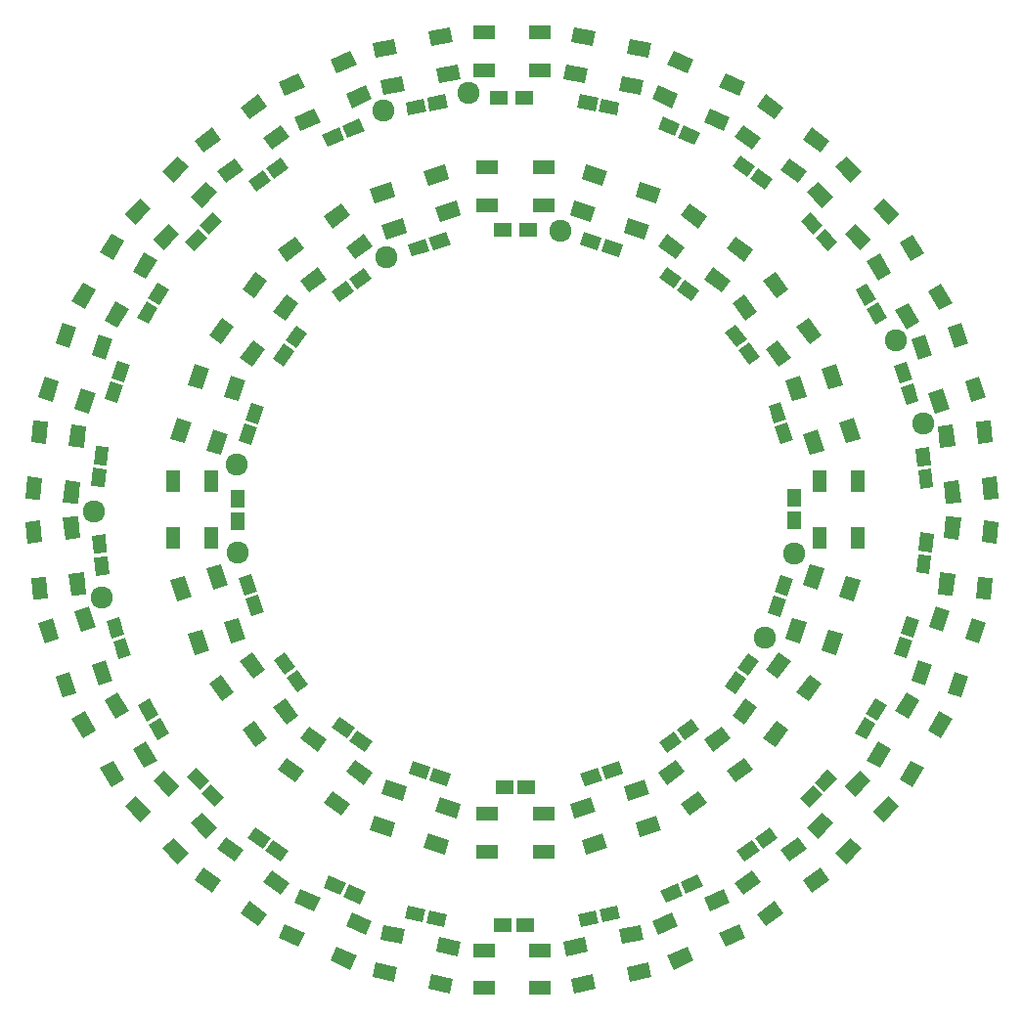
<source format=gts>
G04 #@! TF.FileFunction,Soldermask,Top*
%FSLAX46Y46*%
G04 Gerber Fmt 4.6, Leading zero omitted, Abs format (unit mm)*
G04 Created by KiCad (PCBNEW 4.0.1-stable) date 1/15/2016 5:52:32 PM*
%MOMM*%
G01*
G04 APERTURE LIST*
%ADD10C,0.100000*%
%ADD11R,1.600000X1.150000*%
%ADD12C,1.924000*%
%ADD13R,1.600000X1.300000*%
%ADD14R,1.900000X1.300000*%
%ADD15R,1.150000X1.600000*%
%ADD16R,1.300000X1.900000*%
G04 APERTURE END LIST*
D10*
G36*
X171863670Y-118324746D02*
X172718287Y-119094246D01*
X171647678Y-120283278D01*
X170793061Y-119513778D01*
X171863670Y-118324746D01*
X171863670Y-118324746D01*
G37*
G36*
X170592322Y-119736722D02*
X171446939Y-120506222D01*
X170376330Y-121695254D01*
X169521713Y-120925754D01*
X170592322Y-119736722D01*
X170592322Y-119736722D01*
G37*
G36*
X150238693Y-61028590D02*
X150477791Y-59903720D01*
X152042827Y-60236378D01*
X151803729Y-61361248D01*
X150238693Y-61028590D01*
X150238693Y-61028590D01*
G37*
G36*
X152097173Y-61423622D02*
X152336271Y-60298752D01*
X153901307Y-60631410D01*
X153662209Y-61756280D01*
X152097173Y-61423622D01*
X152097173Y-61423622D01*
G37*
G36*
X157217422Y-62883499D02*
X157685169Y-61832922D01*
X159146842Y-62483701D01*
X158679095Y-63534278D01*
X157217422Y-62883499D01*
X157217422Y-62883499D01*
G37*
G36*
X158953158Y-63656299D02*
X159420905Y-62605722D01*
X160882578Y-63256501D01*
X160414831Y-64307078D01*
X158953158Y-63656299D01*
X158953158Y-63656299D01*
G37*
G36*
X163666244Y-66136561D02*
X164342197Y-65206191D01*
X165636624Y-66146647D01*
X164960671Y-67077017D01*
X163666244Y-66136561D01*
X163666244Y-66136561D01*
G37*
G36*
X165203376Y-67253353D02*
X165879329Y-66322983D01*
X167173756Y-67263439D01*
X166497803Y-68193809D01*
X165203376Y-67253353D01*
X165203376Y-67253353D01*
G37*
G36*
X169581713Y-70874246D02*
X170436330Y-70104746D01*
X171506939Y-71293778D01*
X170652322Y-72063278D01*
X169581713Y-70874246D01*
X169581713Y-70874246D01*
G37*
G36*
X170853061Y-72286222D02*
X171707678Y-71516722D01*
X172778287Y-72705754D01*
X171923670Y-73475254D01*
X170853061Y-72286222D01*
X170853061Y-72286222D01*
G37*
G36*
X174317035Y-76821956D02*
X175312965Y-76246956D01*
X176112965Y-77632596D01*
X175117035Y-78207596D01*
X174317035Y-76821956D01*
X174317035Y-76821956D01*
G37*
G36*
X175267035Y-78467404D02*
X176262965Y-77892404D01*
X177062965Y-79278044D01*
X176067035Y-79853044D01*
X175267035Y-78467404D01*
X175267035Y-78467404D01*
G37*
G36*
X177632363Y-83433336D02*
X178726078Y-83077966D01*
X179220505Y-84599656D01*
X178126790Y-84955026D01*
X177632363Y-83433336D01*
X177632363Y-83433336D01*
G37*
G36*
X178219495Y-85240344D02*
X179313210Y-84884974D01*
X179807637Y-86406664D01*
X178713922Y-86762034D01*
X178219495Y-85240344D01*
X178219495Y-85240344D01*
G37*
G36*
X179535225Y-90559690D02*
X180678925Y-90439483D01*
X180846171Y-92030718D01*
X179702471Y-92150925D01*
X179535225Y-90559690D01*
X179535225Y-90559690D01*
G37*
G36*
X179733829Y-92449282D02*
X180877529Y-92329075D01*
X181044775Y-93920310D01*
X179901075Y-94040517D01*
X179733829Y-92449282D01*
X179733829Y-92449282D01*
G37*
G36*
X179951075Y-97819483D02*
X181094775Y-97939690D01*
X180927529Y-99530925D01*
X179783829Y-99410718D01*
X179951075Y-97819483D01*
X179951075Y-97819483D01*
G37*
G36*
X179752471Y-99709075D02*
X180896171Y-99829282D01*
X180728925Y-101420517D01*
X179585225Y-101300310D01*
X179752471Y-99709075D01*
X179752471Y-99709075D01*
G37*
G36*
X178773922Y-105037966D02*
X179867637Y-105393336D01*
X179373210Y-106915026D01*
X178279495Y-106559656D01*
X178773922Y-105037966D01*
X178773922Y-105037966D01*
G37*
G36*
X178186790Y-106844974D02*
X179280505Y-107200344D01*
X178786078Y-108722034D01*
X177692363Y-108366664D01*
X178186790Y-106844974D01*
X178186790Y-106844974D01*
G37*
G36*
X176027035Y-112176956D02*
X177022965Y-112751956D01*
X176222965Y-114137596D01*
X175227035Y-113562596D01*
X176027035Y-112176956D01*
X176027035Y-112176956D01*
G37*
G36*
X175077035Y-113822404D02*
X176072965Y-114397404D01*
X175272965Y-115783044D01*
X174277035Y-115208044D01*
X175077035Y-113822404D01*
X175077035Y-113822404D01*
G37*
G36*
X166887803Y-123376191D02*
X167563756Y-124306561D01*
X166269329Y-125247017D01*
X165593376Y-124316647D01*
X166887803Y-123376191D01*
X166887803Y-123376191D01*
G37*
G36*
X165350671Y-124492983D02*
X166026624Y-125423353D01*
X164732197Y-126363809D01*
X164056244Y-125433439D01*
X165350671Y-124492983D01*
X165350671Y-124492983D01*
G37*
G36*
X160634831Y-127432922D02*
X161102578Y-128483499D01*
X159640905Y-129134278D01*
X159173158Y-128083701D01*
X160634831Y-127432922D01*
X160634831Y-127432922D01*
G37*
G36*
X158899095Y-128205722D02*
X159366842Y-129256299D01*
X157905169Y-129907078D01*
X157437422Y-128856501D01*
X158899095Y-128205722D01*
X158899095Y-128205722D01*
G37*
G36*
X153712209Y-130143720D02*
X153951307Y-131268590D01*
X152386271Y-131601248D01*
X152147173Y-130476378D01*
X153712209Y-130143720D01*
X153712209Y-130143720D01*
G37*
G36*
X151853729Y-130538752D02*
X152092827Y-131663622D01*
X150527791Y-131996280D01*
X150288693Y-130871410D01*
X151853729Y-130538752D01*
X151853729Y-130538752D01*
G37*
D11*
X145700000Y-131860000D03*
X143800000Y-131860000D03*
D10*
G36*
X138981307Y-130871410D02*
X138742209Y-131996280D01*
X137177173Y-131663622D01*
X137416271Y-130538752D01*
X138981307Y-130871410D01*
X138981307Y-130871410D01*
G37*
G36*
X137122827Y-130476378D02*
X136883729Y-131601248D01*
X135318693Y-131268590D01*
X135557791Y-130143720D01*
X137122827Y-130476378D01*
X137122827Y-130476378D01*
G37*
G36*
X131932578Y-128966501D02*
X131464831Y-130017078D01*
X130003158Y-129366299D01*
X130470905Y-128315722D01*
X131932578Y-128966501D01*
X131932578Y-128966501D01*
G37*
G36*
X130196842Y-128193701D02*
X129729095Y-129244278D01*
X128267422Y-128593499D01*
X128735169Y-127542922D01*
X130196842Y-128193701D01*
X130196842Y-128193701D01*
G37*
G36*
X125213756Y-125433439D02*
X124537803Y-126363809D01*
X123243376Y-125423353D01*
X123919329Y-124492983D01*
X125213756Y-125433439D01*
X125213756Y-125433439D01*
G37*
G36*
X123676624Y-124316647D02*
X123000671Y-125247017D01*
X121706244Y-124306561D01*
X122382197Y-123376191D01*
X123676624Y-124316647D01*
X123676624Y-124316647D01*
G37*
G36*
X119628287Y-120815754D02*
X118773670Y-121585254D01*
X117703061Y-120396222D01*
X118557678Y-119626722D01*
X119628287Y-120815754D01*
X119628287Y-120815754D01*
G37*
G36*
X118356939Y-119403778D02*
X117502322Y-120173278D01*
X116431713Y-118984246D01*
X117286330Y-118214746D01*
X118356939Y-119403778D01*
X118356939Y-119403778D01*
G37*
G36*
X114932965Y-115258044D02*
X113937035Y-115833044D01*
X113137035Y-114447404D01*
X114132965Y-113872404D01*
X114932965Y-115258044D01*
X114932965Y-115258044D01*
G37*
G36*
X113982965Y-113612596D02*
X112987035Y-114187596D01*
X112187035Y-112801956D01*
X113182965Y-112226956D01*
X113982965Y-113612596D01*
X113982965Y-113612596D01*
G37*
G36*
X111637637Y-108476664D02*
X110543922Y-108832034D01*
X110049495Y-107310344D01*
X111143210Y-106954974D01*
X111637637Y-108476664D01*
X111637637Y-108476664D01*
G37*
G36*
X111050505Y-106669656D02*
X109956790Y-107025026D01*
X109462363Y-105503336D01*
X110556078Y-105147966D01*
X111050505Y-106669656D01*
X111050505Y-106669656D01*
G37*
G36*
X109734775Y-101460310D02*
X108591075Y-101580517D01*
X108423829Y-99989282D01*
X109567529Y-99869075D01*
X109734775Y-101460310D01*
X109734775Y-101460310D01*
G37*
G36*
X109536171Y-99570718D02*
X108392471Y-99690925D01*
X108225225Y-98099690D01*
X109368925Y-97979483D01*
X109536171Y-99570718D01*
X109536171Y-99570718D01*
G37*
G36*
X109318925Y-93930517D02*
X108175225Y-93810310D01*
X108342471Y-92219075D01*
X109486171Y-92339282D01*
X109318925Y-93930517D01*
X109318925Y-93930517D01*
G37*
G36*
X109517529Y-92040925D02*
X108373829Y-91920718D01*
X108541075Y-90329483D01*
X109684775Y-90449690D01*
X109517529Y-92040925D01*
X109517529Y-92040925D01*
G37*
G36*
X110446078Y-86652034D02*
X109352363Y-86296664D01*
X109846790Y-84774974D01*
X110940505Y-85130344D01*
X110446078Y-86652034D01*
X110446078Y-86652034D01*
G37*
G36*
X111033210Y-84845026D02*
X109939495Y-84489656D01*
X110433922Y-82967966D01*
X111527637Y-83323336D01*
X111033210Y-84845026D01*
X111033210Y-84845026D01*
G37*
G36*
X113132965Y-79793044D02*
X112137035Y-79218044D01*
X112937035Y-77832404D01*
X113932965Y-78407404D01*
X113132965Y-79793044D01*
X113132965Y-79793044D01*
G37*
G36*
X114082965Y-78147596D02*
X113087035Y-77572596D01*
X113887035Y-76186956D01*
X114882965Y-76761956D01*
X114082965Y-78147596D01*
X114082965Y-78147596D01*
G37*
G36*
X117126330Y-73475254D02*
X116271713Y-72705754D01*
X117342322Y-71516722D01*
X118196939Y-72286222D01*
X117126330Y-73475254D01*
X117126330Y-73475254D01*
G37*
G36*
X118397678Y-72063278D02*
X117543061Y-71293778D01*
X118613670Y-70104746D01*
X119468287Y-70874246D01*
X118397678Y-72063278D01*
X118397678Y-72063278D01*
G37*
G36*
X122432197Y-68363809D02*
X121756244Y-67433439D01*
X123050671Y-66492983D01*
X123726624Y-67423353D01*
X122432197Y-68363809D01*
X122432197Y-68363809D01*
G37*
G36*
X123969329Y-67247017D02*
X123293376Y-66316647D01*
X124587803Y-65376191D01*
X125263756Y-66306561D01*
X123969329Y-67247017D01*
X123969329Y-67247017D01*
G37*
G36*
X128625169Y-64477078D02*
X128157422Y-63426501D01*
X129619095Y-62775722D01*
X130086842Y-63826299D01*
X128625169Y-64477078D01*
X128625169Y-64477078D01*
G37*
G36*
X130360905Y-63704278D02*
X129893158Y-62653701D01*
X131354831Y-62002922D01*
X131822578Y-63053499D01*
X130360905Y-63704278D01*
X130360905Y-63704278D01*
G37*
G36*
X135607791Y-61756280D02*
X135368693Y-60631410D01*
X136933729Y-60298752D01*
X137172827Y-61423622D01*
X135607791Y-61756280D01*
X135607791Y-61756280D01*
G37*
G36*
X137466271Y-61361248D02*
X137227173Y-60236378D01*
X138792209Y-59903720D01*
X139031307Y-61028590D01*
X137466271Y-61361248D01*
X137466271Y-61361248D01*
G37*
D12*
X108410000Y-95990000D03*
X140780000Y-59760000D03*
X109100000Y-103440000D03*
X177830000Y-81210000D03*
X180200000Y-88430000D03*
X133430000Y-61300000D03*
D13*
X143480000Y-60160000D03*
X145680000Y-60160000D03*
D10*
G36*
X137589309Y-55739985D02*
X137319024Y-54468393D01*
X139177505Y-54073361D01*
X139447790Y-55344953D01*
X137589309Y-55739985D01*
X137589309Y-55739985D01*
G37*
G36*
X138275418Y-58967872D02*
X138005133Y-57696280D01*
X139863614Y-57301248D01*
X140133899Y-58572840D01*
X138275418Y-58967872D01*
X138275418Y-58967872D01*
G37*
G36*
X132796386Y-56758752D02*
X132526101Y-55487160D01*
X134384582Y-55092128D01*
X134654867Y-56363720D01*
X132796386Y-56758752D01*
X132796386Y-56758752D01*
G37*
G36*
X133482495Y-59986639D02*
X133212210Y-58715047D01*
X135070691Y-58320015D01*
X135340976Y-59591607D01*
X133482495Y-59986639D01*
X133482495Y-59986639D01*
G37*
G36*
X129393582Y-58076349D02*
X128864824Y-56888740D01*
X130600560Y-56115941D01*
X131129318Y-57303550D01*
X129393582Y-58076349D01*
X129393582Y-58076349D01*
G37*
G36*
X130735813Y-61091049D02*
X130207055Y-59903440D01*
X131942791Y-59130641D01*
X132471549Y-60318250D01*
X130735813Y-61091049D01*
X130735813Y-61091049D01*
G37*
G36*
X124917209Y-60069359D02*
X124388451Y-58881750D01*
X126124187Y-58108951D01*
X126652945Y-59296560D01*
X124917209Y-60069359D01*
X124917209Y-60069359D01*
G37*
G36*
X126259440Y-63084059D02*
X125730682Y-61896450D01*
X127466418Y-61123651D01*
X127995176Y-62311260D01*
X126259440Y-63084059D01*
X126259440Y-63084059D01*
G37*
G36*
X121855740Y-62059305D02*
X121091619Y-61007583D01*
X122628752Y-59890791D01*
X123392873Y-60942513D01*
X121855740Y-62059305D01*
X121855740Y-62059305D01*
G37*
G36*
X123795431Y-64729061D02*
X123031310Y-63677339D01*
X124568443Y-62560547D01*
X125332564Y-63612269D01*
X123795431Y-64729061D01*
X123795431Y-64729061D01*
G37*
G36*
X117891557Y-64939453D02*
X117127436Y-63887731D01*
X118664569Y-62770939D01*
X119428690Y-63822661D01*
X117891557Y-64939453D01*
X117891557Y-64939453D01*
G37*
G36*
X119831248Y-67609209D02*
X119067127Y-66557487D01*
X120604260Y-65440695D01*
X121368381Y-66492417D01*
X119831248Y-67609209D01*
X119831248Y-67609209D01*
G37*
G36*
X115320551Y-67526152D02*
X114354463Y-66656283D01*
X115625811Y-65244308D01*
X116591899Y-66114177D01*
X115320551Y-67526152D01*
X115320551Y-67526152D01*
G37*
G36*
X117772929Y-69734283D02*
X116806841Y-68864414D01*
X118078189Y-67452439D01*
X119044277Y-68322308D01*
X117772929Y-69734283D01*
X117772929Y-69734283D01*
G37*
G36*
X112041811Y-71167561D02*
X111075723Y-70297692D01*
X112347071Y-68885717D01*
X113313159Y-69755586D01*
X112041811Y-71167561D01*
X112041811Y-71167561D01*
G37*
G36*
X114494189Y-73375692D02*
X113528101Y-72505823D01*
X114799449Y-71093848D01*
X115765537Y-71963717D01*
X114494189Y-73375692D01*
X114494189Y-73375692D01*
G37*
G36*
X110053975Y-74230962D02*
X108928141Y-73580962D01*
X109878141Y-71935514D01*
X111003975Y-72585514D01*
X110053975Y-74230962D01*
X110053975Y-74230962D01*
G37*
G36*
X112911859Y-75880962D02*
X111786025Y-75230962D01*
X112736025Y-73585514D01*
X113861859Y-74235514D01*
X112911859Y-75880962D01*
X112911859Y-75880962D01*
G37*
G36*
X107603975Y-78474486D02*
X106478141Y-77824486D01*
X107428141Y-76179038D01*
X108553975Y-76829038D01*
X107603975Y-78474486D01*
X107603975Y-78474486D01*
G37*
G36*
X110461859Y-80124486D02*
X109336025Y-79474486D01*
X110286025Y-77829038D01*
X111411859Y-78479038D01*
X110461859Y-80124486D01*
X110461859Y-80124486D01*
G37*
G36*
X106312469Y-81884398D02*
X105076095Y-81482676D01*
X105663227Y-79675668D01*
X106899601Y-80077390D01*
X106312469Y-81884398D01*
X106312469Y-81884398D01*
G37*
G36*
X109450956Y-82904155D02*
X108214582Y-82502433D01*
X108801714Y-80695425D01*
X110038088Y-81097147D01*
X109450956Y-82904155D01*
X109450956Y-82904155D01*
G37*
G36*
X104798286Y-86544575D02*
X103561912Y-86142853D01*
X104149044Y-84335845D01*
X105385418Y-84737567D01*
X104798286Y-86544575D01*
X104798286Y-86544575D01*
G37*
G36*
X107936773Y-87564332D02*
X106700399Y-87162610D01*
X107287531Y-85355602D01*
X108523905Y-85757324D01*
X107936773Y-87564332D01*
X107936773Y-87564332D01*
G37*
G36*
X104232271Y-90153688D02*
X102939393Y-90017801D01*
X103137997Y-88128210D01*
X104430875Y-88264097D01*
X104232271Y-90153688D01*
X104232271Y-90153688D01*
G37*
G36*
X107514193Y-90498632D02*
X106221315Y-90362745D01*
X106419919Y-88473154D01*
X107712797Y-88609041D01*
X107514193Y-90498632D01*
X107514193Y-90498632D01*
G37*
G36*
X103720081Y-95026846D02*
X102427203Y-94890959D01*
X102625807Y-93001368D01*
X103918685Y-93137255D01*
X103720081Y-95026846D01*
X103720081Y-95026846D01*
G37*
G36*
X107002003Y-95371790D02*
X105709125Y-95235903D01*
X105907729Y-93346312D01*
X107200607Y-93482199D01*
X107002003Y-95371790D01*
X107002003Y-95371790D01*
G37*
G36*
X103918685Y-98662745D02*
X102625807Y-98798632D01*
X102427203Y-96909041D01*
X103720081Y-96773154D01*
X103918685Y-98662745D01*
X103918685Y-98662745D01*
G37*
G36*
X107200607Y-98317801D02*
X105907729Y-98453688D01*
X105709125Y-96564097D01*
X107002003Y-96428210D01*
X107200607Y-98317801D01*
X107200607Y-98317801D01*
G37*
G36*
X104430875Y-103535903D02*
X103137997Y-103671790D01*
X102939393Y-101782199D01*
X104232271Y-101646312D01*
X104430875Y-103535903D01*
X104430875Y-103535903D01*
G37*
G36*
X107712797Y-103190959D02*
X106419919Y-103326846D01*
X106221315Y-101437255D01*
X107514193Y-101301368D01*
X107712797Y-103190959D01*
X107712797Y-103190959D01*
G37*
G36*
X105385418Y-107062433D02*
X104149044Y-107464155D01*
X103561912Y-105657147D01*
X104798286Y-105255425D01*
X105385418Y-107062433D01*
X105385418Y-107062433D01*
G37*
G36*
X108523905Y-106042676D02*
X107287531Y-106444398D01*
X106700399Y-104637390D01*
X107936773Y-104235668D01*
X108523905Y-106042676D01*
X108523905Y-106042676D01*
G37*
G36*
X106899601Y-111722610D02*
X105663227Y-112124332D01*
X105076095Y-110317324D01*
X106312469Y-109915602D01*
X106899601Y-111722610D01*
X106899601Y-111722610D01*
G37*
G36*
X110038088Y-110702853D02*
X108801714Y-111104575D01*
X108214582Y-109297567D01*
X109450956Y-108895845D01*
X110038088Y-110702853D01*
X110038088Y-110702853D01*
G37*
G36*
X108553975Y-114970962D02*
X107428141Y-115620962D01*
X106478141Y-113975514D01*
X107603975Y-113325514D01*
X108553975Y-114970962D01*
X108553975Y-114970962D01*
G37*
G36*
X111411859Y-113320962D02*
X110286025Y-113970962D01*
X109336025Y-112325514D01*
X110461859Y-111675514D01*
X111411859Y-113320962D01*
X111411859Y-113320962D01*
G37*
G36*
X111003975Y-119214486D02*
X109878141Y-119864486D01*
X108928141Y-118219038D01*
X110053975Y-117569038D01*
X111003975Y-119214486D01*
X111003975Y-119214486D01*
G37*
G36*
X113861859Y-117564486D02*
X112736025Y-118214486D01*
X111786025Y-116569038D01*
X112911859Y-115919038D01*
X113861859Y-117564486D01*
X113861859Y-117564486D01*
G37*
G36*
X113313159Y-122044414D02*
X112347071Y-122914283D01*
X111075723Y-121502308D01*
X112041811Y-120632439D01*
X113313159Y-122044414D01*
X113313159Y-122044414D01*
G37*
G36*
X115765537Y-119836283D02*
X114799449Y-120706152D01*
X113528101Y-119294177D01*
X114494189Y-118424308D01*
X115765537Y-119836283D01*
X115765537Y-119836283D01*
G37*
G36*
X116591899Y-125685823D02*
X115625811Y-126555692D01*
X114354463Y-125143717D01*
X115320551Y-124273848D01*
X116591899Y-125685823D01*
X116591899Y-125685823D01*
G37*
G36*
X119044277Y-123477692D02*
X118078189Y-124347561D01*
X116806841Y-122935586D01*
X117772929Y-122065717D01*
X119044277Y-123477692D01*
X119044277Y-123477692D01*
G37*
G36*
X119428690Y-127977339D02*
X118664569Y-129029061D01*
X117127436Y-127912269D01*
X117891557Y-126860547D01*
X119428690Y-127977339D01*
X119428690Y-127977339D01*
G37*
G36*
X121368381Y-125307583D02*
X120604260Y-126359305D01*
X119067127Y-125242513D01*
X119831248Y-124190791D01*
X121368381Y-125307583D01*
X121368381Y-125307583D01*
G37*
G36*
X123392873Y-130857487D02*
X122628752Y-131909209D01*
X121091619Y-130792417D01*
X121855740Y-129740695D01*
X123392873Y-130857487D01*
X123392873Y-130857487D01*
G37*
G36*
X125332564Y-128187731D02*
X124568443Y-129239453D01*
X123031310Y-128122661D01*
X123795431Y-127070939D01*
X125332564Y-128187731D01*
X125332564Y-128187731D01*
G37*
G36*
X126652945Y-132503440D02*
X126124187Y-133691049D01*
X124388451Y-132918250D01*
X124917209Y-131730641D01*
X126652945Y-132503440D01*
X126652945Y-132503440D01*
G37*
G36*
X127995176Y-129488740D02*
X127466418Y-130676349D01*
X125730682Y-129903550D01*
X126259440Y-128715941D01*
X127995176Y-129488740D01*
X127995176Y-129488740D01*
G37*
G36*
X131129318Y-134496450D02*
X130600560Y-135684059D01*
X128864824Y-134911260D01*
X129393582Y-133723651D01*
X131129318Y-134496450D01*
X131129318Y-134496450D01*
G37*
G36*
X132471549Y-131481750D02*
X131942791Y-132669359D01*
X130207055Y-131896560D01*
X130735813Y-130708951D01*
X132471549Y-131481750D01*
X132471549Y-131481750D01*
G37*
G36*
X134654867Y-135436280D02*
X134384582Y-136707872D01*
X132526101Y-136312840D01*
X132796386Y-135041248D01*
X134654867Y-135436280D01*
X134654867Y-135436280D01*
G37*
G36*
X135340976Y-132208393D02*
X135070691Y-133479985D01*
X133212210Y-133084953D01*
X133482495Y-131813361D01*
X135340976Y-132208393D01*
X135340976Y-132208393D01*
G37*
G36*
X139447790Y-136455047D02*
X139177505Y-137726639D01*
X137319024Y-137331607D01*
X137589309Y-136060015D01*
X139447790Y-136455047D01*
X139447790Y-136455047D01*
G37*
G36*
X140133899Y-133227160D02*
X139863614Y-134498752D01*
X138005133Y-134103720D01*
X138275418Y-132832128D01*
X140133899Y-133227160D01*
X140133899Y-133227160D01*
G37*
D14*
X142140000Y-137290000D03*
X142140000Y-133990000D03*
X147040000Y-137290000D03*
X147040000Y-133990000D03*
D10*
G36*
X151590691Y-136060015D02*
X151860976Y-137331607D01*
X150002495Y-137726639D01*
X149732210Y-136455047D01*
X151590691Y-136060015D01*
X151590691Y-136060015D01*
G37*
G36*
X150904582Y-132832128D02*
X151174867Y-134103720D01*
X149316386Y-134498752D01*
X149046101Y-133227160D01*
X150904582Y-132832128D01*
X150904582Y-132832128D01*
G37*
G36*
X156383614Y-135041248D02*
X156653899Y-136312840D01*
X154795418Y-136707872D01*
X154525133Y-135436280D01*
X156383614Y-135041248D01*
X156383614Y-135041248D01*
G37*
G36*
X155697505Y-131813361D02*
X155967790Y-133084953D01*
X154109309Y-133479985D01*
X153839024Y-132208393D01*
X155697505Y-131813361D01*
X155697505Y-131813361D01*
G37*
G36*
X159786418Y-133723651D02*
X160315176Y-134911260D01*
X158579440Y-135684059D01*
X158050682Y-134496450D01*
X159786418Y-133723651D01*
X159786418Y-133723651D01*
G37*
G36*
X158444187Y-130708951D02*
X158972945Y-131896560D01*
X157237209Y-132669359D01*
X156708451Y-131481750D01*
X158444187Y-130708951D01*
X158444187Y-130708951D01*
G37*
G36*
X164262791Y-131730641D02*
X164791549Y-132918250D01*
X163055813Y-133691049D01*
X162527055Y-132503440D01*
X164262791Y-131730641D01*
X164262791Y-131730641D01*
G37*
G36*
X162920560Y-128715941D02*
X163449318Y-129903550D01*
X161713582Y-130676349D01*
X161184824Y-129488740D01*
X162920560Y-128715941D01*
X162920560Y-128715941D01*
G37*
G36*
X173859449Y-124273848D02*
X174825537Y-125143717D01*
X173554189Y-126555692D01*
X172588101Y-125685823D01*
X173859449Y-124273848D01*
X173859449Y-124273848D01*
G37*
G36*
X171407071Y-122065717D02*
X172373159Y-122935586D01*
X171101811Y-124347561D01*
X170135723Y-123477692D01*
X171407071Y-122065717D01*
X171407071Y-122065717D01*
G37*
G36*
X177138189Y-120632439D02*
X178104277Y-121502308D01*
X176832929Y-122914283D01*
X175866841Y-122044414D01*
X177138189Y-120632439D01*
X177138189Y-120632439D01*
G37*
G36*
X174685811Y-118424308D02*
X175651899Y-119294177D01*
X174380551Y-120706152D01*
X173414463Y-119836283D01*
X174685811Y-118424308D01*
X174685811Y-118424308D01*
G37*
G36*
X179126025Y-117569038D02*
X180251859Y-118219038D01*
X179301859Y-119864486D01*
X178176025Y-119214486D01*
X179126025Y-117569038D01*
X179126025Y-117569038D01*
G37*
G36*
X176268141Y-115919038D02*
X177393975Y-116569038D01*
X176443975Y-118214486D01*
X175318141Y-117564486D01*
X176268141Y-115919038D01*
X176268141Y-115919038D01*
G37*
G36*
X181576025Y-113325514D02*
X182701859Y-113975514D01*
X181751859Y-115620962D01*
X180626025Y-114970962D01*
X181576025Y-113325514D01*
X181576025Y-113325514D01*
G37*
G36*
X178718141Y-111675514D02*
X179843975Y-112325514D01*
X178893975Y-113970962D01*
X177768141Y-113320962D01*
X178718141Y-111675514D01*
X178718141Y-111675514D01*
G37*
G36*
X182877531Y-109915602D02*
X184113905Y-110317324D01*
X183526773Y-112124332D01*
X182290399Y-111722610D01*
X182877531Y-109915602D01*
X182877531Y-109915602D01*
G37*
G36*
X179739044Y-108895845D02*
X180975418Y-109297567D01*
X180388286Y-111104575D01*
X179151912Y-110702853D01*
X179739044Y-108895845D01*
X179739044Y-108895845D01*
G37*
G36*
X184391714Y-105255425D02*
X185628088Y-105657147D01*
X185040956Y-107464155D01*
X183804582Y-107062433D01*
X184391714Y-105255425D01*
X184391714Y-105255425D01*
G37*
G36*
X181253227Y-104235668D02*
X182489601Y-104637390D01*
X181902469Y-106444398D01*
X180666095Y-106042676D01*
X181253227Y-104235668D01*
X181253227Y-104235668D01*
G37*
G36*
X184947729Y-101646312D02*
X186240607Y-101782199D01*
X186042003Y-103671790D01*
X184749125Y-103535903D01*
X184947729Y-101646312D01*
X184947729Y-101646312D01*
G37*
G36*
X181665807Y-101301368D02*
X182958685Y-101437255D01*
X182760081Y-103326846D01*
X181467203Y-103190959D01*
X181665807Y-101301368D01*
X181665807Y-101301368D01*
G37*
G36*
X185459919Y-96773154D02*
X186752797Y-96909041D01*
X186554193Y-98798632D01*
X185261315Y-98662745D01*
X185459919Y-96773154D01*
X185459919Y-96773154D01*
G37*
G36*
X182177997Y-96428210D02*
X183470875Y-96564097D01*
X183272271Y-98453688D01*
X181979393Y-98317801D01*
X182177997Y-96428210D01*
X182177997Y-96428210D01*
G37*
G36*
X185261315Y-93137255D02*
X186554193Y-93001368D01*
X186752797Y-94890959D01*
X185459919Y-95026846D01*
X185261315Y-93137255D01*
X185261315Y-93137255D01*
G37*
G36*
X181979393Y-93482199D02*
X183272271Y-93346312D01*
X183470875Y-95235903D01*
X182177997Y-95371790D01*
X181979393Y-93482199D01*
X181979393Y-93482199D01*
G37*
G36*
X184749125Y-88264097D02*
X186042003Y-88128210D01*
X186240607Y-90017801D01*
X184947729Y-90153688D01*
X184749125Y-88264097D01*
X184749125Y-88264097D01*
G37*
G36*
X181467203Y-88609041D02*
X182760081Y-88473154D01*
X182958685Y-90362745D01*
X181665807Y-90498632D01*
X181467203Y-88609041D01*
X181467203Y-88609041D01*
G37*
G36*
X183794582Y-84737567D02*
X185030956Y-84335845D01*
X185618088Y-86142853D01*
X184381714Y-86544575D01*
X183794582Y-84737567D01*
X183794582Y-84737567D01*
G37*
G36*
X180656095Y-85757324D02*
X181892469Y-85355602D01*
X182479601Y-87162610D01*
X181243227Y-87564332D01*
X180656095Y-85757324D01*
X180656095Y-85757324D01*
G37*
G36*
X182280399Y-80077390D02*
X183516773Y-79675668D01*
X184103905Y-81482676D01*
X182867531Y-81884398D01*
X182280399Y-80077390D01*
X182280399Y-80077390D01*
G37*
G36*
X179141912Y-81097147D02*
X180378286Y-80695425D01*
X180965418Y-82502433D01*
X179729044Y-82904155D01*
X179141912Y-81097147D01*
X179141912Y-81097147D01*
G37*
G36*
X175866841Y-69755586D02*
X176832929Y-68885717D01*
X178104277Y-70297692D01*
X177138189Y-71167561D01*
X175866841Y-69755586D01*
X175866841Y-69755586D01*
G37*
G36*
X173414463Y-71963717D02*
X174380551Y-71093848D01*
X175651899Y-72505823D01*
X174685811Y-73375692D01*
X173414463Y-71963717D01*
X173414463Y-71963717D01*
G37*
G36*
X172588101Y-66114177D02*
X173554189Y-65244308D01*
X174825537Y-66656283D01*
X173859449Y-67526152D01*
X172588101Y-66114177D01*
X172588101Y-66114177D01*
G37*
G36*
X170135723Y-68322308D02*
X171101811Y-67452439D01*
X172373159Y-68864414D01*
X171407071Y-69734283D01*
X170135723Y-68322308D01*
X170135723Y-68322308D01*
G37*
G36*
X169751310Y-63822661D02*
X170515431Y-62770939D01*
X172052564Y-63887731D01*
X171288443Y-64939453D01*
X169751310Y-63822661D01*
X169751310Y-63822661D01*
G37*
G36*
X167811619Y-66492417D02*
X168575740Y-65440695D01*
X170112873Y-66557487D01*
X169348752Y-67609209D01*
X167811619Y-66492417D01*
X167811619Y-66492417D01*
G37*
G36*
X165787127Y-60942513D02*
X166551248Y-59890791D01*
X168088381Y-61007583D01*
X167324260Y-62059305D01*
X165787127Y-60942513D01*
X165787127Y-60942513D01*
G37*
G36*
X163847436Y-63612269D02*
X164611557Y-62560547D01*
X166148690Y-63677339D01*
X165384569Y-64729061D01*
X163847436Y-63612269D01*
X163847436Y-63612269D01*
G37*
G36*
X162527055Y-59296560D02*
X163055813Y-58108951D01*
X164791549Y-58881750D01*
X164262791Y-60069359D01*
X162527055Y-59296560D01*
X162527055Y-59296560D01*
G37*
G36*
X161184824Y-62311260D02*
X161713582Y-61123651D01*
X163449318Y-61896450D01*
X162920560Y-63084059D01*
X161184824Y-62311260D01*
X161184824Y-62311260D01*
G37*
G36*
X158050682Y-57303550D02*
X158579440Y-56115941D01*
X160315176Y-56888740D01*
X159786418Y-58076349D01*
X158050682Y-57303550D01*
X158050682Y-57303550D01*
G37*
G36*
X156708451Y-60318250D02*
X157237209Y-59130641D01*
X158972945Y-59903440D01*
X158444187Y-61091049D01*
X156708451Y-60318250D01*
X156708451Y-60318250D01*
G37*
G36*
X154525133Y-56363720D02*
X154795418Y-55092128D01*
X156653899Y-55487160D01*
X156383614Y-56758752D01*
X154525133Y-56363720D01*
X154525133Y-56363720D01*
G37*
G36*
X153839024Y-59591607D02*
X154109309Y-58320015D01*
X155967790Y-58715047D01*
X155697505Y-59986639D01*
X153839024Y-59591607D01*
X153839024Y-59591607D01*
G37*
G36*
X149732210Y-55344953D02*
X150002495Y-54073361D01*
X151860976Y-54468393D01*
X151590691Y-55739985D01*
X149732210Y-55344953D01*
X149732210Y-55344953D01*
G37*
G36*
X149046101Y-58572840D02*
X149316386Y-57301248D01*
X151174867Y-57696280D01*
X150904582Y-58967872D01*
X149046101Y-58572840D01*
X149046101Y-58572840D01*
G37*
G36*
X167324260Y-129740695D02*
X168088381Y-130792417D01*
X166551248Y-131909209D01*
X165787127Y-130857487D01*
X167324260Y-129740695D01*
X167324260Y-129740695D01*
G37*
G36*
X165384569Y-127070939D02*
X166148690Y-128122661D01*
X164611557Y-129239453D01*
X163847436Y-128187731D01*
X165384569Y-127070939D01*
X165384569Y-127070939D01*
G37*
G36*
X171288443Y-126860547D02*
X172052564Y-127912269D01*
X170515431Y-129029061D01*
X169751310Y-127977339D01*
X171288443Y-126860547D01*
X171288443Y-126860547D01*
G37*
G36*
X169348752Y-124190791D02*
X170112873Y-125242513D01*
X168575740Y-126359305D01*
X167811619Y-125307583D01*
X169348752Y-124190791D01*
X169348752Y-124190791D01*
G37*
G36*
X180626025Y-76949038D02*
X181751859Y-76299038D01*
X182701859Y-77944486D01*
X181576025Y-78594486D01*
X180626025Y-76949038D01*
X180626025Y-76949038D01*
G37*
G36*
X177768141Y-78599038D02*
X178893975Y-77949038D01*
X179843975Y-79594486D01*
X178718141Y-80244486D01*
X177768141Y-78599038D01*
X177768141Y-78599038D01*
G37*
G36*
X178176025Y-72705514D02*
X179301859Y-72055514D01*
X180251859Y-73700962D01*
X179126025Y-74350962D01*
X178176025Y-72705514D01*
X178176025Y-72705514D01*
G37*
G36*
X175318141Y-74355514D02*
X176443975Y-73705514D01*
X177393975Y-75350962D01*
X176268141Y-76000962D01*
X175318141Y-74355514D01*
X175318141Y-74355514D01*
G37*
D14*
X147040000Y-54510000D03*
X147040000Y-57810000D03*
X142140000Y-54510000D03*
X142140000Y-57810000D03*
D10*
G36*
X150497966Y-72936078D02*
X150853336Y-71842363D01*
X152375026Y-72336790D01*
X152019656Y-73430505D01*
X150497966Y-72936078D01*
X150497966Y-72936078D01*
G37*
G36*
X152304974Y-73523210D02*
X152660344Y-72429495D01*
X154182034Y-72923922D01*
X153826664Y-74017637D01*
X152304974Y-73523210D01*
X152304974Y-73523210D01*
G37*
G36*
X157316244Y-75776561D02*
X157992197Y-74846191D01*
X159286624Y-75786647D01*
X158610671Y-76717017D01*
X157316244Y-75776561D01*
X157316244Y-75776561D01*
G37*
G36*
X158853376Y-76893353D02*
X159529329Y-75962983D01*
X160823756Y-76903439D01*
X160147803Y-77833809D01*
X158853376Y-76893353D01*
X158853376Y-76893353D01*
G37*
G36*
X163046191Y-80492197D02*
X163976561Y-79816244D01*
X164917017Y-81110671D01*
X163986647Y-81786624D01*
X163046191Y-80492197D01*
X163046191Y-80492197D01*
G37*
G36*
X164162983Y-82029329D02*
X165093353Y-81353376D01*
X166033809Y-82647803D01*
X165103439Y-83323756D01*
X164162983Y-82029329D01*
X164162983Y-82029329D01*
G37*
G36*
X166772363Y-86863336D02*
X167866078Y-86507966D01*
X168360505Y-88029656D01*
X167266790Y-88385026D01*
X166772363Y-86863336D01*
X166772363Y-86863336D01*
G37*
G36*
X167359495Y-88670344D02*
X168453210Y-88314974D01*
X168947637Y-89836664D01*
X167853922Y-90192034D01*
X167359495Y-88670344D01*
X167359495Y-88670344D01*
G37*
D15*
X169040000Y-94870000D03*
X169040000Y-96770000D03*
D10*
G36*
X167813922Y-101477966D02*
X168907637Y-101833336D01*
X168413210Y-103355026D01*
X167319495Y-102999656D01*
X167813922Y-101477966D01*
X167813922Y-101477966D01*
G37*
G36*
X167226790Y-103284974D02*
X168320505Y-103640344D01*
X167826078Y-105162034D01*
X166732363Y-104806664D01*
X167226790Y-103284974D01*
X167226790Y-103284974D01*
G37*
G36*
X165073439Y-108306244D02*
X166003809Y-108982197D01*
X165063353Y-110276624D01*
X164132983Y-109600671D01*
X165073439Y-108306244D01*
X165073439Y-108306244D01*
G37*
G36*
X163956647Y-109843376D02*
X164887017Y-110519329D01*
X163946561Y-111813756D01*
X163016191Y-111137803D01*
X163956647Y-109843376D01*
X163956647Y-109843376D01*
G37*
G36*
X160137803Y-113946191D02*
X160813756Y-114876561D01*
X159519329Y-115817017D01*
X158843376Y-114886647D01*
X160137803Y-113946191D01*
X160137803Y-113946191D01*
G37*
G36*
X158600671Y-115062983D02*
X159276624Y-115993353D01*
X157982197Y-116933809D01*
X157306244Y-116003439D01*
X158600671Y-115062983D01*
X158600671Y-115062983D01*
G37*
G36*
X153836664Y-117622363D02*
X154192034Y-118716078D01*
X152670344Y-119210505D01*
X152314974Y-118116790D01*
X153836664Y-117622363D01*
X153836664Y-117622363D01*
G37*
G36*
X152029656Y-118209495D02*
X152385026Y-119303210D01*
X150863336Y-119797637D01*
X150507966Y-118703922D01*
X152029656Y-118209495D01*
X152029656Y-118209495D01*
G37*
D11*
X145830000Y-119930000D03*
X143930000Y-119930000D03*
D10*
G36*
X139302034Y-118673922D02*
X138946664Y-119767637D01*
X137424974Y-119273210D01*
X137780344Y-118179495D01*
X139302034Y-118673922D01*
X139302034Y-118673922D01*
G37*
G36*
X137495026Y-118086790D02*
X137139656Y-119180505D01*
X135617966Y-118686078D01*
X135973336Y-117592363D01*
X137495026Y-118086790D01*
X137495026Y-118086790D01*
G37*
G36*
X132503756Y-115883439D02*
X131827803Y-116813809D01*
X130533376Y-115873353D01*
X131209329Y-114942983D01*
X132503756Y-115883439D01*
X132503756Y-115883439D01*
G37*
G36*
X130966624Y-114766647D02*
X130290671Y-115697017D01*
X128996244Y-114756561D01*
X129672197Y-113826191D01*
X130966624Y-114766647D01*
X130966624Y-114766647D01*
G37*
G36*
X126953809Y-111037803D02*
X126023439Y-111713756D01*
X125082983Y-110419329D01*
X126013353Y-109743376D01*
X126953809Y-111037803D01*
X126953809Y-111037803D01*
G37*
G36*
X125837017Y-109500671D02*
X124906647Y-110176624D01*
X123966191Y-108882197D01*
X124896561Y-108206244D01*
X125837017Y-109500671D01*
X125837017Y-109500671D01*
G37*
G36*
X123137637Y-104756664D02*
X122043922Y-105112034D01*
X121549495Y-103590344D01*
X122643210Y-103234974D01*
X123137637Y-104756664D01*
X123137637Y-104756664D01*
G37*
G36*
X122550505Y-102949656D02*
X121456790Y-103305026D01*
X120962363Y-101783336D01*
X122056078Y-101427966D01*
X122550505Y-102949656D01*
X122550505Y-102949656D01*
G37*
D15*
X120810000Y-96840000D03*
X120810000Y-94940000D03*
D10*
G36*
X122056078Y-90272034D02*
X120962363Y-89916664D01*
X121456790Y-88394974D01*
X122550505Y-88750344D01*
X122056078Y-90272034D01*
X122056078Y-90272034D01*
G37*
G36*
X122643210Y-88465026D02*
X121549495Y-88109656D01*
X122043922Y-86587966D01*
X123137637Y-86943336D01*
X122643210Y-88465026D01*
X122643210Y-88465026D01*
G37*
G36*
X124806561Y-83453756D02*
X123876191Y-82777803D01*
X124816647Y-81483376D01*
X125747017Y-82159329D01*
X124806561Y-83453756D01*
X124806561Y-83453756D01*
G37*
G36*
X125923353Y-81916624D02*
X124992983Y-81240671D01*
X125933439Y-79946244D01*
X126863809Y-80622197D01*
X125923353Y-81916624D01*
X125923353Y-81916624D01*
G37*
G36*
X129632197Y-77913809D02*
X128956244Y-76983439D01*
X130250671Y-76042983D01*
X130926624Y-76973353D01*
X129632197Y-77913809D01*
X129632197Y-77913809D01*
G37*
G36*
X131169329Y-76797017D02*
X130493376Y-75866647D01*
X131787803Y-74926191D01*
X132463756Y-75856561D01*
X131169329Y-76797017D01*
X131169329Y-76797017D01*
G37*
G36*
X135933336Y-73957637D02*
X135577966Y-72863922D01*
X137099656Y-72369495D01*
X137455026Y-73463210D01*
X135933336Y-73957637D01*
X135933336Y-73957637D01*
G37*
G36*
X137740344Y-73370505D02*
X137384974Y-72276790D01*
X138906664Y-71782363D01*
X139262034Y-72876078D01*
X137740344Y-73370505D01*
X137740344Y-73370505D01*
G37*
D12*
X148790000Y-71750000D03*
X120810000Y-99560000D03*
X120720000Y-91920000D03*
X133730000Y-74040000D03*
X166500000Y-106940000D03*
X169040000Y-99630000D03*
D13*
X143780000Y-71670000D03*
X145980000Y-71670000D03*
D10*
G36*
X137347567Y-67805418D02*
X136945845Y-66569044D01*
X138752853Y-65981912D01*
X139154575Y-67218286D01*
X137347567Y-67805418D01*
X137347567Y-67805418D01*
G37*
G36*
X138367324Y-70943905D02*
X137965602Y-69707531D01*
X139772610Y-69120399D01*
X140174332Y-70356773D01*
X138367324Y-70943905D01*
X138367324Y-70943905D01*
G37*
G36*
X132687390Y-69319601D02*
X132285668Y-68083227D01*
X134092676Y-67496095D01*
X134494398Y-68732469D01*
X132687390Y-69319601D01*
X132687390Y-69319601D01*
G37*
G36*
X133707147Y-72458088D02*
X133305425Y-71221714D01*
X135112433Y-70634582D01*
X135514155Y-71870956D01*
X133707147Y-72458088D01*
X133707147Y-72458088D01*
G37*
G36*
X129045740Y-71509305D02*
X128281619Y-70457583D01*
X129818752Y-69340791D01*
X130582873Y-70392513D01*
X129045740Y-71509305D01*
X129045740Y-71509305D01*
G37*
G36*
X130985431Y-74179061D02*
X130221310Y-73127339D01*
X131758443Y-72010547D01*
X132522564Y-73062269D01*
X130985431Y-74179061D01*
X130985431Y-74179061D01*
G37*
G36*
X125081557Y-74389453D02*
X124317436Y-73337731D01*
X125854569Y-72220939D01*
X126618690Y-73272661D01*
X125081557Y-74389453D01*
X125081557Y-74389453D01*
G37*
G36*
X127021248Y-77059209D02*
X126257127Y-76007487D01*
X127794260Y-74890695D01*
X128558381Y-75942417D01*
X127021248Y-77059209D01*
X127021248Y-77059209D01*
G37*
G36*
X122302661Y-77588690D02*
X121250939Y-76824569D01*
X122367731Y-75287436D01*
X123419453Y-76051557D01*
X122302661Y-77588690D01*
X122302661Y-77588690D01*
G37*
G36*
X124972417Y-79528381D02*
X123920695Y-78764260D01*
X125037487Y-77227127D01*
X126089209Y-77991248D01*
X124972417Y-79528381D01*
X124972417Y-79528381D01*
G37*
G36*
X119422513Y-81552873D02*
X118370791Y-80788752D01*
X119487583Y-79251619D01*
X120539305Y-80015740D01*
X119422513Y-81552873D01*
X119422513Y-81552873D01*
G37*
G36*
X122092269Y-83492564D02*
X121040547Y-82728443D01*
X122157339Y-81191310D01*
X123209061Y-81955431D01*
X122092269Y-83492564D01*
X122092269Y-83492564D01*
G37*
G36*
X117762469Y-85464398D02*
X116526095Y-85062676D01*
X117113227Y-83255668D01*
X118349601Y-83657390D01*
X117762469Y-85464398D01*
X117762469Y-85464398D01*
G37*
G36*
X120900956Y-86484155D02*
X119664582Y-86082433D01*
X120251714Y-84275425D01*
X121488088Y-84677147D01*
X120900956Y-86484155D01*
X120900956Y-86484155D01*
G37*
G36*
X116248286Y-90124575D02*
X115011912Y-89722853D01*
X115599044Y-87915845D01*
X116835418Y-88317567D01*
X116248286Y-90124575D01*
X116248286Y-90124575D01*
G37*
G36*
X119386773Y-91144332D02*
X118150399Y-90742610D01*
X118737531Y-88935602D01*
X119973905Y-89337324D01*
X119386773Y-91144332D01*
X119386773Y-91144332D01*
G37*
D16*
X115230000Y-93400000D03*
X118530000Y-93400000D03*
X115230000Y-98300000D03*
X118530000Y-98300000D03*
D10*
G36*
X116835418Y-103382433D02*
X115599044Y-103784155D01*
X115011912Y-101977147D01*
X116248286Y-101575425D01*
X116835418Y-103382433D01*
X116835418Y-103382433D01*
G37*
G36*
X119973905Y-102362676D02*
X118737531Y-102764398D01*
X118150399Y-100957390D01*
X119386773Y-100555668D01*
X119973905Y-102362676D01*
X119973905Y-102362676D01*
G37*
G36*
X118349601Y-108042610D02*
X117113227Y-108444332D01*
X116526095Y-106637324D01*
X117762469Y-106235602D01*
X118349601Y-108042610D01*
X118349601Y-108042610D01*
G37*
G36*
X121488088Y-107022853D02*
X120251714Y-107424575D01*
X119664582Y-105617567D01*
X120900956Y-105215845D01*
X121488088Y-107022853D01*
X121488088Y-107022853D01*
G37*
G36*
X120539305Y-111684260D02*
X119487583Y-112448381D01*
X118370791Y-110911248D01*
X119422513Y-110147127D01*
X120539305Y-111684260D01*
X120539305Y-111684260D01*
G37*
G36*
X123209061Y-109744569D02*
X122157339Y-110508690D01*
X121040547Y-108971557D01*
X122092269Y-108207436D01*
X123209061Y-109744569D01*
X123209061Y-109744569D01*
G37*
G36*
X123419453Y-115648443D02*
X122367731Y-116412564D01*
X121250939Y-114875431D01*
X122302661Y-114111310D01*
X123419453Y-115648443D01*
X123419453Y-115648443D01*
G37*
G36*
X126089209Y-113708752D02*
X125037487Y-114472873D01*
X123920695Y-112935740D01*
X124972417Y-112171619D01*
X126089209Y-113708752D01*
X126089209Y-113708752D01*
G37*
G36*
X126618690Y-118427339D02*
X125854569Y-119479061D01*
X124317436Y-118362269D01*
X125081557Y-117310547D01*
X126618690Y-118427339D01*
X126618690Y-118427339D01*
G37*
G36*
X128558381Y-115757583D02*
X127794260Y-116809305D01*
X126257127Y-115692513D01*
X127021248Y-114640791D01*
X128558381Y-115757583D01*
X128558381Y-115757583D01*
G37*
G36*
X130582873Y-121307487D02*
X129818752Y-122359209D01*
X128281619Y-121242417D01*
X129045740Y-120190695D01*
X130582873Y-121307487D01*
X130582873Y-121307487D01*
G37*
G36*
X132522564Y-118637731D02*
X131758443Y-119689453D01*
X130221310Y-118572661D01*
X130985431Y-117520939D01*
X132522564Y-118637731D01*
X132522564Y-118637731D01*
G37*
G36*
X134494398Y-122967531D02*
X134092676Y-124203905D01*
X132285668Y-123616773D01*
X132687390Y-122380399D01*
X134494398Y-122967531D01*
X134494398Y-122967531D01*
G37*
G36*
X135514155Y-119829044D02*
X135112433Y-121065418D01*
X133305425Y-120478286D01*
X133707147Y-119241912D01*
X135514155Y-119829044D01*
X135514155Y-119829044D01*
G37*
G36*
X139154575Y-124481714D02*
X138752853Y-125718088D01*
X136945845Y-125130956D01*
X137347567Y-123894582D01*
X139154575Y-124481714D01*
X139154575Y-124481714D01*
G37*
G36*
X140174332Y-121343227D02*
X139772610Y-122579601D01*
X137965602Y-121992469D01*
X138367324Y-120756095D01*
X140174332Y-121343227D01*
X140174332Y-121343227D01*
G37*
D14*
X142430000Y-125500000D03*
X142430000Y-122200000D03*
X147330000Y-125500000D03*
X147330000Y-122200000D03*
D10*
G36*
X152412433Y-123894582D02*
X152814155Y-125130956D01*
X151007147Y-125718088D01*
X150605425Y-124481714D01*
X152412433Y-123894582D01*
X152412433Y-123894582D01*
G37*
G36*
X151392676Y-120756095D02*
X151794398Y-121992469D01*
X149987390Y-122579601D01*
X149585668Y-121343227D01*
X151392676Y-120756095D01*
X151392676Y-120756095D01*
G37*
G36*
X157072610Y-122380399D02*
X157474332Y-123616773D01*
X155667324Y-124203905D01*
X155265602Y-122967531D01*
X157072610Y-122380399D01*
X157072610Y-122380399D01*
G37*
G36*
X156052853Y-119241912D02*
X156454575Y-120478286D01*
X154647567Y-121065418D01*
X154245845Y-119829044D01*
X156052853Y-119241912D01*
X156052853Y-119241912D01*
G37*
G36*
X160714260Y-120190695D02*
X161478381Y-121242417D01*
X159941248Y-122359209D01*
X159177127Y-121307487D01*
X160714260Y-120190695D01*
X160714260Y-120190695D01*
G37*
G36*
X158774569Y-117520939D02*
X159538690Y-118572661D01*
X158001557Y-119689453D01*
X157237436Y-118637731D01*
X158774569Y-117520939D01*
X158774569Y-117520939D01*
G37*
G36*
X164678443Y-117310547D02*
X165442564Y-118362269D01*
X163905431Y-119479061D01*
X163141310Y-118427339D01*
X164678443Y-117310547D01*
X164678443Y-117310547D01*
G37*
G36*
X162738752Y-114640791D02*
X163502873Y-115692513D01*
X161965740Y-116809305D01*
X161201619Y-115757583D01*
X162738752Y-114640791D01*
X162738752Y-114640791D01*
G37*
G36*
X167457339Y-114111310D02*
X168509061Y-114875431D01*
X167392269Y-116412564D01*
X166340547Y-115648443D01*
X167457339Y-114111310D01*
X167457339Y-114111310D01*
G37*
G36*
X164787583Y-112171619D02*
X165839305Y-112935740D01*
X164722513Y-114472873D01*
X163670791Y-113708752D01*
X164787583Y-112171619D01*
X164787583Y-112171619D01*
G37*
G36*
X170337487Y-110147127D02*
X171389209Y-110911248D01*
X170272417Y-112448381D01*
X169220695Y-111684260D01*
X170337487Y-110147127D01*
X170337487Y-110147127D01*
G37*
G36*
X167667731Y-108207436D02*
X168719453Y-108971557D01*
X167602661Y-110508690D01*
X166550939Y-109744569D01*
X167667731Y-108207436D01*
X167667731Y-108207436D01*
G37*
G36*
X171997531Y-106235602D02*
X173233905Y-106637324D01*
X172646773Y-108444332D01*
X171410399Y-108042610D01*
X171997531Y-106235602D01*
X171997531Y-106235602D01*
G37*
G36*
X168859044Y-105215845D02*
X170095418Y-105617567D01*
X169508286Y-107424575D01*
X168271912Y-107022853D01*
X168859044Y-105215845D01*
X168859044Y-105215845D01*
G37*
G36*
X173511714Y-101575425D02*
X174748088Y-101977147D01*
X174160956Y-103784155D01*
X172924582Y-103382433D01*
X173511714Y-101575425D01*
X173511714Y-101575425D01*
G37*
G36*
X170373227Y-100555668D02*
X171609601Y-100957390D01*
X171022469Y-102764398D01*
X169786095Y-102362676D01*
X170373227Y-100555668D01*
X170373227Y-100555668D01*
G37*
D16*
X174530000Y-98300000D03*
X171230000Y-98300000D03*
X174530000Y-93400000D03*
X171230000Y-93400000D03*
D10*
G36*
X172924582Y-88317567D02*
X174160956Y-87915845D01*
X174748088Y-89722853D01*
X173511714Y-90124575D01*
X172924582Y-88317567D01*
X172924582Y-88317567D01*
G37*
G36*
X169786095Y-89337324D02*
X171022469Y-88935602D01*
X171609601Y-90742610D01*
X170373227Y-91144332D01*
X169786095Y-89337324D01*
X169786095Y-89337324D01*
G37*
G36*
X171410399Y-83657390D02*
X172646773Y-83255668D01*
X173233905Y-85062676D01*
X171997531Y-85464398D01*
X171410399Y-83657390D01*
X171410399Y-83657390D01*
G37*
G36*
X168271912Y-84677147D02*
X169508286Y-84275425D01*
X170095418Y-86082433D01*
X168859044Y-86484155D01*
X168271912Y-84677147D01*
X168271912Y-84677147D01*
G37*
G36*
X169220695Y-80015740D02*
X170272417Y-79251619D01*
X171389209Y-80788752D01*
X170337487Y-81552873D01*
X169220695Y-80015740D01*
X169220695Y-80015740D01*
G37*
G36*
X166550939Y-81955431D02*
X167602661Y-81191310D01*
X168719453Y-82728443D01*
X167667731Y-83492564D01*
X166550939Y-81955431D01*
X166550939Y-81955431D01*
G37*
G36*
X166340547Y-76051557D02*
X167392269Y-75287436D01*
X168509061Y-76824569D01*
X167457339Y-77588690D01*
X166340547Y-76051557D01*
X166340547Y-76051557D01*
G37*
G36*
X163670791Y-77991248D02*
X164722513Y-77227127D01*
X165839305Y-78764260D01*
X164787583Y-79528381D01*
X163670791Y-77991248D01*
X163670791Y-77991248D01*
G37*
G36*
X163141310Y-73272661D02*
X163905431Y-72220939D01*
X165442564Y-73337731D01*
X164678443Y-74389453D01*
X163141310Y-73272661D01*
X163141310Y-73272661D01*
G37*
G36*
X161201619Y-75942417D02*
X161965740Y-74890695D01*
X163502873Y-76007487D01*
X162738752Y-77059209D01*
X161201619Y-75942417D01*
X161201619Y-75942417D01*
G37*
G36*
X159177127Y-70392513D02*
X159941248Y-69340791D01*
X161478381Y-70457583D01*
X160714260Y-71509305D01*
X159177127Y-70392513D01*
X159177127Y-70392513D01*
G37*
G36*
X157237436Y-73062269D02*
X158001557Y-72010547D01*
X159538690Y-73127339D01*
X158774569Y-74179061D01*
X157237436Y-73062269D01*
X157237436Y-73062269D01*
G37*
G36*
X155265602Y-68732469D02*
X155667324Y-67496095D01*
X157474332Y-68083227D01*
X157072610Y-69319601D01*
X155265602Y-68732469D01*
X155265602Y-68732469D01*
G37*
G36*
X154245845Y-71870956D02*
X154647567Y-70634582D01*
X156454575Y-71221714D01*
X156052853Y-72458088D01*
X154245845Y-71870956D01*
X154245845Y-71870956D01*
G37*
G36*
X150605425Y-67218286D02*
X151007147Y-65981912D01*
X152814155Y-66569044D01*
X152412433Y-67805418D01*
X150605425Y-67218286D01*
X150605425Y-67218286D01*
G37*
G36*
X149585668Y-70356773D02*
X149987390Y-69120399D01*
X151794398Y-69707531D01*
X151392676Y-70943905D01*
X149585668Y-70356773D01*
X149585668Y-70356773D01*
G37*
D14*
X147330000Y-66200000D03*
X147330000Y-69500000D03*
X142430000Y-66200000D03*
X142430000Y-69500000D03*
M02*

</source>
